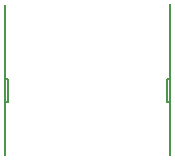
<source format=gbr>
G04 EAGLE Gerber RS-274X export*
G75*
%MOMM*%
%FSLAX34Y34*%
%LPD*%
%INSilkscreen Bottom*%
%IPPOS*%
%AMOC8*
5,1,8,0,0,1.08239X$1,22.5*%
G01*
%ADD10C,0.127000*%


D10*
X165250Y-15750D02*
X165250Y29250D01*
X165250Y112250D01*
X25250Y111750D02*
X25250Y49250D01*
X25250Y29250D01*
X25250Y-15750D01*
X25250Y29250D02*
X28250Y29250D01*
X28250Y49250D01*
X25250Y49250D01*
X162250Y29250D02*
X165250Y29250D01*
X162250Y29250D02*
X162250Y49250D01*
X164750Y49250D01*
M02*

</source>
